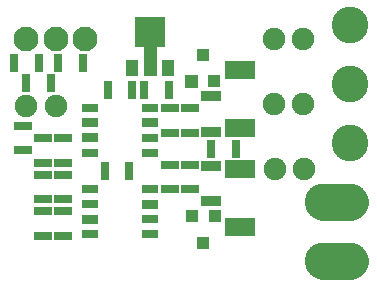
<source format=gbr>
%FSLAX34Y34*%
%MOMM*%
%LNSOLDERMASK_TOP*%
G71*
G01*
%ADD10R, 1.100X1.100*%
%ADD11R, 1.500X0.800*%
%ADD12R, 1.370X0.750*%
%ADD13R, 0.800X1.500*%
%ADD14R, 1.700X0.970*%
%ADD15C, 3.100*%
%ADD16C, 1.900*%
%ADD17R, 2.500X1.500*%
%ADD18C, 3.100*%
%ADD19R, 1.100X1.400*%
%ADD20R, 2.600X2.600*%
%ADD21C, 0.100*%
%ADD22C, 2.100*%
%LPD*%
X176000Y-45500D02*
G54D10*
D03*
G36*
X160900Y-62300D02*
X171900Y-62300D01*
X171900Y-73300D01*
X160900Y-73300D01*
X160900Y-62300D01*
G37*
X185500Y-67800D02*
G54D10*
D03*
X176000Y-204500D02*
G54D10*
D03*
X185600Y-182200D02*
G54D10*
D03*
X166500Y-182200D02*
G54D10*
D03*
X164500Y-111500D02*
G54D11*
D03*
X164500Y-90500D02*
G54D11*
D03*
X164500Y-138500D02*
G54D11*
D03*
X164500Y-159500D02*
G54D11*
D03*
X80050Y-128550D02*
G54D12*
D03*
G36*
X73200Y-112100D02*
X86900Y-112100D01*
X86900Y-119600D01*
X73200Y-119600D01*
X73200Y-112100D01*
G37*
G36*
X73200Y-99400D02*
X86900Y-99400D01*
X86900Y-106900D01*
X73200Y-106900D01*
X73200Y-99400D01*
G37*
X80050Y-90450D02*
G54D12*
D03*
X130850Y-90450D02*
G54D12*
D03*
G36*
X124000Y-99400D02*
X137700Y-99400D01*
X137700Y-106900D01*
X124000Y-106900D01*
X124000Y-99400D01*
G37*
X130850Y-115850D02*
G54D12*
D03*
X130850Y-128550D02*
G54D12*
D03*
X113500Y-144000D02*
G54D13*
D03*
X92500Y-144000D02*
G54D13*
D03*
X95000Y-75000D02*
G54D13*
D03*
X116000Y-75000D02*
G54D13*
D03*
X80050Y-197550D02*
G54D12*
D03*
G36*
X73200Y-181100D02*
X86900Y-181100D01*
X86900Y-188600D01*
X73200Y-188600D01*
X73200Y-181100D01*
G37*
X80050Y-172150D02*
G54D12*
D03*
X80050Y-159450D02*
G54D12*
D03*
X130850Y-159450D02*
G54D12*
D03*
G36*
X124000Y-168400D02*
X137700Y-168400D01*
X137700Y-175900D01*
X124000Y-175900D01*
X124000Y-168400D01*
G37*
X130850Y-184850D02*
G54D12*
D03*
X130850Y-197550D02*
G54D12*
D03*
X182700Y-139300D02*
G54D14*
D03*
X182700Y-169700D02*
G54D14*
D03*
X182700Y-80300D02*
G54D14*
D03*
X182700Y-110700D02*
G54D14*
D03*
X300000Y-20000D02*
G54D15*
D03*
X300000Y-70000D02*
G54D15*
D03*
X300000Y-120000D02*
G54D15*
D03*
X300000Y-170000D02*
G54D15*
D03*
X300000Y-220000D02*
G54D15*
D03*
X277500Y-170000D02*
G54D15*
D03*
X277500Y-220000D02*
G54D15*
D03*
X260500Y-32500D02*
G54D16*
D03*
X235500Y-32500D02*
G54D16*
D03*
X260500Y-87500D02*
G54D16*
D03*
X235500Y-87500D02*
G54D16*
D03*
X236423Y-142444D02*
G54D16*
D03*
X261423Y-142444D02*
G54D16*
D03*
X207024Y-191189D02*
G54D17*
D03*
X207024Y-141989D02*
G54D17*
D03*
X207000Y-58500D02*
G54D17*
D03*
X207000Y-107700D02*
G54D17*
D03*
X57500Y-137000D02*
G54D11*
D03*
X57500Y-116000D02*
G54D11*
D03*
X57500Y-168000D02*
G54D11*
D03*
X57500Y-147000D02*
G54D11*
D03*
X40500Y-137000D02*
G54D11*
D03*
X40500Y-116000D02*
G54D11*
D03*
X40500Y-168000D02*
G54D11*
D03*
X40500Y-147000D02*
G54D11*
D03*
X40500Y-199000D02*
G54D11*
D03*
X40500Y-178000D02*
G54D11*
D03*
X57500Y-199000D02*
G54D11*
D03*
X57500Y-178000D02*
G54D11*
D03*
X147500Y-111500D02*
G54D11*
D03*
X147500Y-90500D02*
G54D11*
D03*
X147500Y-159500D02*
G54D11*
D03*
X147500Y-138500D02*
G54D11*
D03*
X23500Y-126500D02*
G54D11*
D03*
X23500Y-105500D02*
G54D11*
D03*
X26000Y-88500D02*
G54D16*
D03*
X51000Y-88500D02*
G54D16*
D03*
G54D18*
X277500Y-170000D02*
X300000Y-170000D01*
G54D18*
X300000Y-220000D02*
X277500Y-220000D01*
X116001Y-56500D02*
G54D19*
D03*
X146001Y-56500D02*
G54D19*
D03*
G36*
X125500Y-49500D02*
X136500Y-49500D01*
X136501Y-63500D01*
X125501Y-63500D01*
X125500Y-49500D01*
G37*
X131000Y-26000D02*
G54D20*
D03*
G36*
X126000Y-38000D02*
X136000Y-38000D01*
X136001Y-50500D01*
X126000Y-50500D01*
X126000Y-38000D01*
G37*
G54D21*
X126000Y-38000D02*
X136000Y-38000D01*
X136001Y-50500D01*
X126000Y-50500D01*
X126000Y-38000D01*
X147000Y-75000D02*
G54D13*
D03*
X126000Y-75000D02*
G54D13*
D03*
X74000Y-52500D02*
G54D13*
D03*
X53000Y-52500D02*
G54D13*
D03*
X203500Y-125000D02*
G54D13*
D03*
X182500Y-125000D02*
G54D13*
D03*
X76000Y-32500D02*
G54D22*
D03*
X51000Y-32500D02*
G54D22*
D03*
X26000Y-32500D02*
G54D22*
D03*
X15500Y-52500D02*
G54D13*
D03*
X36500Y-52500D02*
G54D13*
D03*
X26000Y-69500D02*
G54D13*
D03*
X47000Y-69500D02*
G54D13*
D03*
M02*

</source>
